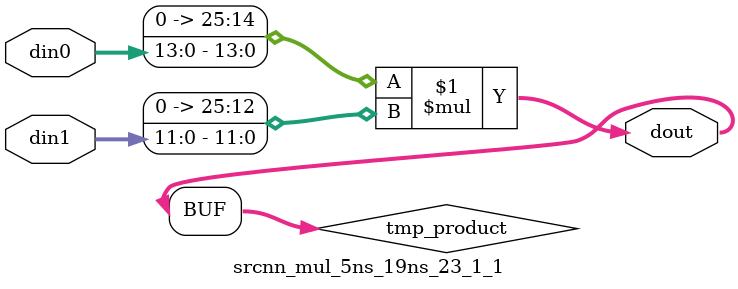
<source format=v>

`timescale 1 ns / 1 ps

  module srcnn_mul_5ns_19ns_23_1_1(din0, din1, dout);
parameter ID = 1;
parameter NUM_STAGE = 0;
parameter din0_WIDTH = 14;
parameter din1_WIDTH = 12;
parameter dout_WIDTH = 26;

input [din0_WIDTH - 1 : 0] din0; 
input [din1_WIDTH - 1 : 0] din1; 
output [dout_WIDTH - 1 : 0] dout;

wire signed [dout_WIDTH - 1 : 0] tmp_product;










assign tmp_product = $signed({1'b0, din0}) * $signed({1'b0, din1});











assign dout = tmp_product;







endmodule

</source>
